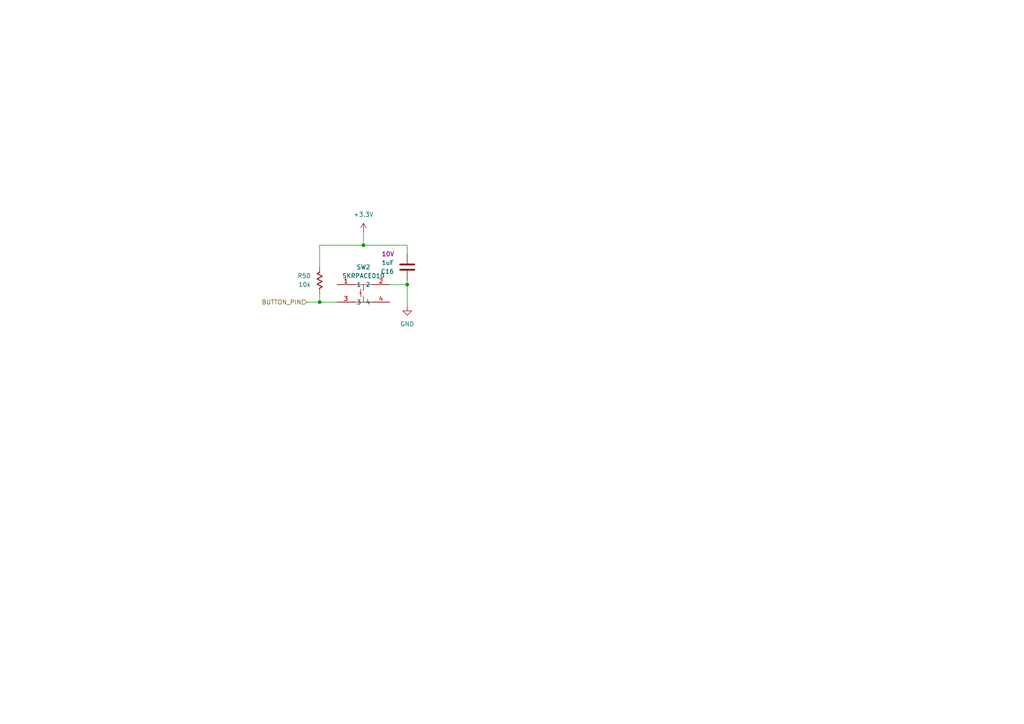
<source format=kicad_sch>
(kicad_sch (version 20250114) (generator "eeschema") (generator_version "9.0")
  (paper "A4")
  (lib_symbols
    (symbol "EasyEDA:SKRPACE010"
      (property "Reference" "SW" (at 0 6.35 0))
      (property "Value" "SKRPACE010" (at 0 -8.89 0))
      (symbol "SKRPACE010_0_1"
        (polyline (pts (xy -2.54 1.27) (xy 2.54 1.27)))
        (polyline (pts (xy -2.54 -3.81) (xy 2.54 -3.81)))
        (polyline (pts (xy -0.76 0) (xy -0.76 -2.29)))
        (polyline (pts (xy -0.76 -1.02) (xy -1.02 -1.02) (xy -1.02 -1.27) (xy -0.76 -1.27)))
        (polyline (pts (xy 0 1.27) (xy 0 0.25)))
        (polyline (pts (xy 0 0.25) (xy 0 -0.51)))
        (polyline (pts (xy 0 -3.81) (xy 0 -2.03)))
        (pin unspecified line (at -7.62 1.27 0) (length 5.08) (name "1") (number "1"))
        (pin unspecified line (at -7.62 -3.81 0) (length 5.08) (name "3") (number "3"))
        (pin unspecified line (at 7.62 1.27 180) (length 5.08) (name "2") (number "2"))
        (pin unspecified line (at 7.62 -3.81 180) (length 5.08) (name "4") (number "4"))
      )
    )
    (symbol "PCM_Capacitor_US_AKL:C_0603" (pin_numbers (hide yes)) (pin_names (offset 0.254))
      (property "Reference" "C" (at 0.635 2.54 0))
      (property "Value" "C_0603" (at 0.635 -2.54 0))
      (symbol "C_0603_0_1"
        (polyline (pts (xy -2.032 0.762) (xy 2.032 0.762)) (stroke (width 0.508)))
        (polyline (pts (xy -2.032 -0.762) (xy 2.032 -0.762)) (stroke (width 0.508)))
      )
      (symbol "C_0603_0_2"
        (polyline (pts (xy -2.54 -2.54) (xy -0.381 -0.381)))
        (polyline (pts (xy -0.508 -0.508) (xy -1.651 0.635)) (stroke (width 0.508)))
        (polyline (pts (xy -0.508 -0.508) (xy 0.635 -1.651)) (stroke (width 0.508)))
        (polyline (pts (xy 0.381 0.381) (xy 2.54 2.54)))
        (polyline (pts (xy 0.508 0.508) (xy -0.635 1.651)) (stroke (width 0.508)))
        (polyline (pts (xy 0.508 0.508) (xy 1.651 -0.635)) (stroke (width 0.508)))
      )
      (symbol "C_0603_1_1"
        (pin passive line (at 0 3.81 270) (length 2.794) (name "~") (number "1"))
        (pin passive line (at 0 -3.81 90) (length 2.794) (name "~") (number "2"))
      )
      (symbol "C_0603_1_2"
        (pin passive line (at -2.54 -2.54 90) (length 0) (name "~") (number "2"))
        (pin passive line (at 2.54 2.54 270) (length 0) (name "~") (number "1"))
      )
    )
    (symbol "PCM_Resistor_US_AKL:R_0603" (pin_numbers (hide yes)) (pin_names (offset 0))
      (property "Reference" "R" (at 2.54 1.27 0))
      (property "Value" "R_0603" (at 2.54 -1.27 0))
      (symbol "R_0603_0_1"
        (polyline (pts (xy 0 2.286) (xy 0 2.54)) (stroke (width 0.254)))
        (polyline (pts (xy 0 2.286) (xy 0.762 1.905) (xy -0.762 1.143) (xy 0 0.762) (xy 0.762 0.381) (xy 0 0) (xy -0.762 -0.381) (xy 0 -0.762) (xy 0.762 -1.143) (xy 0 -1.524) (xy -0.762 -1.905) (xy 0 -2.286)) (stroke (width 0.254)))
        (polyline (pts (xy 0 -2.286) (xy 0 -2.54)) (stroke (width 0.254)))
      )
      (symbol "R_0603_0_2"
        (polyline (pts (xy -2.54 -2.54) (xy -1.778 -1.778)))
        (polyline (pts (xy -1.778 -1.778) (xy -1.524 -1.524)) (stroke (width 0.254)))
        (polyline (pts (xy -1.524 -1.524) (xy -1.778 -0.762) (xy -1.016 -1.016)) (stroke (width 0.254)))
        (polyline (pts (xy -0.508 -0.508) (xy -0.762 0.254) (xy 0 0)) (stroke (width 0.254)))
        (polyline (pts (xy -0.508 -0.508) (xy -0.254 -1.27) (xy -1.016 -1.016)) (stroke (width 0.254)))
        (polyline (pts (xy 0.508 0.508) (xy 0.254 1.27) (xy 1.016 1.016)) (stroke (width 0.254)))
        (polyline (pts (xy 0.508 0.508) (xy 0.762 -0.254) (xy 0 0)) (stroke (width 0.254)))
        (polyline (pts (xy 1.524 1.524) (xy 1.778 0.762) (xy 1.016 1.016)) (stroke (width 0.254)))
        (polyline (pts (xy 1.778 1.778) (xy 1.524 1.524)) (stroke (width 0.254)))
        (polyline (pts (xy 1.778 1.778) (xy 2.54 2.54)))
      )
      (symbol "R_0603_1_1"
        (pin passive line (at 0 3.81 270) (length 1.27) (name "~") (number "1"))
        (pin passive line (at 0 -3.81 90) (length 1.27) (name "~") (number "2"))
      )
      (symbol "R_0603_1_2"
        (pin passive line (at -2.54 -2.54 0) (length 0) (name "") (number "2"))
        (pin passive line (at 2.54 2.54 180) (length 0) (name "") (number "1"))
      )
    )
    (symbol "power:+3.3V" (power) (pin_numbers (hide yes)) (pin_names (offset 0) (hide yes))
      (property "Value" "+3.3V" (at 0 3.556 0))
      (symbol "+3.3V_0_1"
        (polyline (pts (xy -0.762 1.27) (xy 0 2.54)))
        (polyline (pts (xy 0 2.54) (xy 0.762 1.27)))
        (polyline (pts (xy 0 0) (xy 0 2.54)))
      )
      (symbol "+3.3V_1_1"
        (pin power_in line (at 0 0 90) (length 0) (name "~") (number "1"))
      )
    )
    (symbol "power:GND" (power) (pin_numbers (hide yes)) (pin_names (offset 0) (hide yes))
      (property "Value" "GND" (at 0 -3.81 0))
      (symbol "GND_0_1"
        (polyline (pts (xy 0 0) (xy 0 -1.27) (xy 1.27 -1.27) (xy 0 -2.54) (xy -1.27 -1.27) (xy 0 -1.27)))
      )
      (symbol "GND_1_1"
        (pin power_in line (at 0 0 270) (length 0) (name "~") (number "1"))
      )
    )
  )
  (junction (at 105.41 71.12))
  (junction (at 118.11 82.55))
  (junction (at 92.71 87.63))
  (wire (pts (xy 105.41 67.31) (xy 105.41 71.12)))
  (wire (pts (xy 118.11 82.55) (xy 118.11 81.28)))
  (wire (pts (xy 92.71 71.12) (xy 105.41 71.12)))
  (wire (pts (xy 88.9 87.63) (xy 92.71 87.63)))
  (wire (pts (xy 113.03 82.55) (xy 118.11 82.55)))
  (wire (pts (xy 92.71 87.63) (xy 97.79 87.63)))
  (wire (pts (xy 92.71 71.12) (xy 92.71 77.47)))
  (wire (pts (xy 118.11 88.9) (xy 118.11 82.55)))
  (wire (pts (xy 118.11 71.12) (xy 118.11 73.66)))
  (wire (pts (xy 92.71 85.09) (xy 92.71 87.63)))
  (wire (pts (xy 105.41 71.12) (xy 118.11 71.12)))
  (hierarchical_label "BUTTON_PIN" (shape input) (at 88.9 87.63 180))
  (symbol (lib_id "PCM_Resistor_US_AKL:R_0603") (at 92.71 81.28 0) (mirror y) (unit 1)
    (property "Reference" "R49" (at 90.17 80.0099 0) (effects (justify left)))
    (property "Value" "10k" (at 90.17 82.5499 0) (effects (justify left)))
    (property "Footprint" "PCM_Resistor_SMD_AKL:R_0603_1608Metric" (effects (hide yes)))
    (property "Description" "SMD 0603 Chip Resistor, US Symbol, Alternate KiCad Library" (effects (hide yes)))
    (instances (project "Nivara_PCB" (path "" (reference "R50") (unit 1)) (path "" (reference "R49") (unit 1))))
  )
  (symbol (lib_id "power:GND") (at 118.11 88.9 0) (unit 1)
    (property "Reference" "#PWR075" (effects (hide yes)))
    (property "Value" "GND" (at 118.11 93.98 0))
    (property "Description" "Power symbol creates a global label with name \"GND\" , ground" (effects (hide yes)))
    (instances (project "Nivara_PCB" (path "" (reference "#PWR077") (unit 1)) (path "" (reference "#PWR075") (unit 1))))
  )
  (symbol (lib_id "power:+3.3V") (at 105.41 67.31 0) (mirror y) (unit 1)
    (property "Reference" "#PWR074" (effects (hide yes)))
    (property "Value" "+3.3V" (at 105.41 62.23 0))
    (property "Description" "Power symbol creates a global label with name \"+3.3V\"" (effects (hide yes)))
    (instances (project "Nivara_PCB" (path "" (reference "#PWR076") (unit 1)) (path "" (reference "#PWR074") (unit 1))))
  )
  (symbol (lib_id "PCM_Capacitor_US_AKL:C_0603") (at 118.11 77.47 180) (unit 1)
    (property "Reference" "C15" (at 114.3 78.7401 0) (effects (justify left)))
    (property "Value" "1uF" (at 114.3 76.2001 0) (effects (justify left)))
    (property "Footprint" "PCM_Capacitor_SMD_AKL:C_0603_1608Metric" (effects (hide yes)))
    (property "Description" "SMD 0603 MLCC capacitor, Alternate KiCad Library" (effects (hide yes)))
    (property "Vol" "10V" (at 112.522 73.66 0))
    (instances (project "Nivara_PCB" (path "" (reference "C16") (unit 1)) (path "" (reference "C15") (unit 1))))
  )
  (symbol (lib_id "EasyEDA:SKRPACE010") (at 105.41 83.82 0) (unit 1)
    (property "Reference" "SW1" (at 105.41 77.47 0))
    (property "Value" "SKRPACE010" (at 105.41 80.01 0))
    (property "Footprint" "EasyEDA:KEY-SMD_4P-L4.2-W3.2-P2.20-LS4.6" (effects (hide yes)))
    (property "Datasheet" "https://lcsc.com/product-detail/Tactile-Switches_ALPS_SKRPACE010_SKRPACE010_C139797.html" (effects (hide yes)))
    (property "LCSC Part" "C139797" (effects (hide yes)))
    (instances (project "Nivara_PCB" (path "" (reference "SW2") (unit 1)) (path "" (reference "SW1") (unit 1))))
  )
)
</source>
